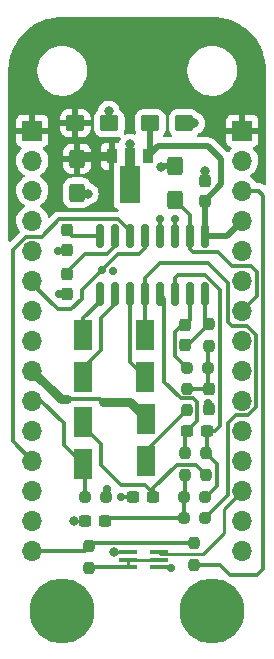
<source format=gbr>
%TF.GenerationSoftware,KiCad,Pcbnew,(6.0.9-0)*%
%TF.CreationDate,2025-08-18T12:38:07+02:00*%
%TF.ProjectId,pt-workshop,70742d77-6f72-46b7-9368-6f702e6b6963,rev?*%
%TF.SameCoordinates,Original*%
%TF.FileFunction,Copper,L1,Top*%
%TF.FilePolarity,Positive*%
%FSLAX46Y46*%
G04 Gerber Fmt 4.6, Leading zero omitted, Abs format (unit mm)*
G04 Created by KiCad (PCBNEW (6.0.9-0)) date 2025-08-18 12:38:07*
%MOMM*%
%LPD*%
G01*
G04 APERTURE LIST*
G04 Aperture macros list*
%AMRoundRect*
0 Rectangle with rounded corners*
0 $1 Rounding radius*
0 $2 $3 $4 $5 $6 $7 $8 $9 X,Y pos of 4 corners*
0 Add a 4 corners polygon primitive as box body*
4,1,4,$2,$3,$4,$5,$6,$7,$8,$9,$2,$3,0*
0 Add four circle primitives for the rounded corners*
1,1,$1+$1,$2,$3*
1,1,$1+$1,$4,$5*
1,1,$1+$1,$6,$7*
1,1,$1+$1,$8,$9*
0 Add four rect primitives between the rounded corners*
20,1,$1+$1,$2,$3,$4,$5,0*
20,1,$1+$1,$4,$5,$6,$7,0*
20,1,$1+$1,$6,$7,$8,$9,0*
20,1,$1+$1,$8,$9,$2,$3,0*%
%AMFreePoly0*
4,1,9,3.862500,-0.866500,0.737500,-0.866500,0.737500,-0.450000,-0.737500,-0.450000,-0.737500,0.450000,0.737500,0.450000,0.737500,0.866500,3.862500,0.866500,3.862500,-0.866500,3.862500,-0.866500,$1*%
G04 Aperture macros list end*
%TA.AperFunction,SMDPad,CuDef*%
%ADD10RoundRect,0.250000X-0.550000X1.050000X-0.550000X-1.050000X0.550000X-1.050000X0.550000X1.050000X0*%
%TD*%
%TA.AperFunction,SMDPad,CuDef*%
%ADD11RoundRect,0.250000X-0.537500X-0.425000X0.537500X-0.425000X0.537500X0.425000X-0.537500X0.425000X0*%
%TD*%
%TA.AperFunction,SMDPad,CuDef*%
%ADD12RoundRect,0.237500X0.237500X-0.250000X0.237500X0.250000X-0.237500X0.250000X-0.237500X-0.250000X0*%
%TD*%
%TA.AperFunction,SMDPad,CuDef*%
%ADD13RoundRect,0.237500X0.250000X0.237500X-0.250000X0.237500X-0.250000X-0.237500X0.250000X-0.237500X0*%
%TD*%
%TA.AperFunction,SMDPad,CuDef*%
%ADD14RoundRect,0.237500X-0.237500X0.300000X-0.237500X-0.300000X0.237500X-0.300000X0.237500X0.300000X0*%
%TD*%
%TA.AperFunction,ComponentPad*%
%ADD15C,5.500000*%
%TD*%
%TA.AperFunction,SMDPad,CuDef*%
%ADD16RoundRect,0.237500X-0.250000X-0.237500X0.250000X-0.237500X0.250000X0.237500X-0.250000X0.237500X0*%
%TD*%
%TA.AperFunction,SMDPad,CuDef*%
%ADD17RoundRect,0.250000X0.425000X-0.537500X0.425000X0.537500X-0.425000X0.537500X-0.425000X-0.537500X0*%
%TD*%
%TA.AperFunction,SMDPad,CuDef*%
%ADD18RoundRect,0.237500X0.237500X-0.300000X0.237500X0.300000X-0.237500X0.300000X-0.237500X-0.300000X0*%
%TD*%
%TA.AperFunction,SMDPad,CuDef*%
%ADD19RoundRect,0.237500X-0.237500X0.250000X-0.237500X-0.250000X0.237500X-0.250000X0.237500X0.250000X0*%
%TD*%
%TA.AperFunction,SMDPad,CuDef*%
%ADD20RoundRect,0.237500X-0.300000X-0.237500X0.300000X-0.237500X0.300000X0.237500X-0.300000X0.237500X0*%
%TD*%
%TA.AperFunction,SMDPad,CuDef*%
%ADD21RoundRect,0.237500X0.300000X0.237500X-0.300000X0.237500X-0.300000X-0.237500X0.300000X-0.237500X0*%
%TD*%
%TA.AperFunction,SMDPad,CuDef*%
%ADD22RoundRect,0.150000X-0.150000X0.825000X-0.150000X-0.825000X0.150000X-0.825000X0.150000X0.825000X0*%
%TD*%
%TA.AperFunction,SMDPad,CuDef*%
%ADD23RoundRect,0.250000X0.550000X-1.050000X0.550000X1.050000X-0.550000X1.050000X-0.550000X-1.050000X0*%
%TD*%
%TA.AperFunction,SMDPad,CuDef*%
%ADD24R,0.900000X1.300000*%
%TD*%
%TA.AperFunction,SMDPad,CuDef*%
%ADD25FreePoly0,270.000000*%
%TD*%
%TA.AperFunction,SMDPad,CuDef*%
%ADD26R,1.500000X0.400000*%
%TD*%
%TA.AperFunction,ComponentPad*%
%ADD27R,1.700000X1.700000*%
%TD*%
%TA.AperFunction,ComponentPad*%
%ADD28O,1.700000X1.700000*%
%TD*%
%TA.AperFunction,SMDPad,CuDef*%
%ADD29RoundRect,0.250000X-0.425000X0.537500X-0.425000X-0.537500X0.425000X-0.537500X0.425000X0.537500X0*%
%TD*%
%TA.AperFunction,ViaPad*%
%ADD30C,0.800000*%
%TD*%
%TA.AperFunction,ViaPad*%
%ADD31C,0.700000*%
%TD*%
%TA.AperFunction,Conductor*%
%ADD32C,0.800000*%
%TD*%
%TA.AperFunction,Conductor*%
%ADD33C,0.250000*%
%TD*%
%TA.AperFunction,Conductor*%
%ADD34C,0.500000*%
%TD*%
%TA.AperFunction,Conductor*%
%ADD35C,0.300000*%
%TD*%
G04 APERTURE END LIST*
D10*
%TO.P,C216,1*%
%TO.N,Net-(C213-Pad2)*%
X32258000Y-83036000D03*
%TO.P,C216,2*%
%TO.N,/PT_Out*%
X32258000Y-86636000D03*
%TD*%
D11*
%TO.P,C205,1*%
%TO.N,/PT_5V*%
X37932500Y-57785000D03*
%TO.P,C205,2*%
%TO.N,/PT_GND*%
X40807500Y-57785000D03*
%TD*%
D12*
%TO.P,R207,1*%
%TO.N,Net-(C213-Pad2)*%
X42672000Y-87526500D03*
%TO.P,R207,2*%
%TO.N,Net-(C212-Pad1)*%
X42672000Y-85701500D03*
%TD*%
D11*
%TO.P,C201,1*%
%TO.N,/PT_9V*%
X31582500Y-57785000D03*
%TO.P,C201,2*%
%TO.N,/PT_GND*%
X34457500Y-57785000D03*
%TD*%
D13*
%TO.P,R202,1*%
%TO.N,Net-(C204-Pad2)*%
X42822500Y-78486000D03*
%TO.P,R202,2*%
%TO.N,Net-(C206-Pad2)*%
X40997500Y-78486000D03*
%TD*%
D14*
%TO.P,C214,1*%
%TO.N,/PT_GND*%
X42545000Y-62637500D03*
%TO.P,C214,2*%
%TO.N,/PT_5V*%
X42545000Y-64362500D03*
%TD*%
D12*
%TO.P,R201,1*%
%TO.N,Net-(C202-Pad1)*%
X41021000Y-82065500D03*
%TO.P,R201,2*%
%TO.N,Net-(C204-Pad2)*%
X41021000Y-80240500D03*
%TD*%
D15*
%TO.P,H103,1,1*%
%TO.N,/PT_GND*%
X30480000Y-99060000D03*
%TD*%
D16*
%TO.P,R208,1*%
%TO.N,/PT_Out*%
X32361500Y-89408000D03*
%TO.P,R208,2*%
%TO.N,/PT_GND*%
X34186500Y-89408000D03*
%TD*%
D17*
%TO.P,C215,1*%
%TO.N,/PT_Ref*%
X40005000Y-64302500D03*
%TO.P,C215,2*%
%TO.N,/PT_GND*%
X40005000Y-61427500D03*
%TD*%
D18*
%TO.P,C206,1*%
%TO.N,Net-(C206-Pad1)*%
X40894000Y-76554500D03*
%TO.P,C206,2*%
%TO.N,Net-(C206-Pad2)*%
X40894000Y-74829500D03*
%TD*%
D19*
%TO.P,R306,1*%
%TO.N,/PT_Vctrl*%
X32766000Y-93575500D03*
%TO.P,R306,2*%
%TO.N,Net-(Q301-Pad2)*%
X32766000Y-95400500D03*
%TD*%
%TO.P,R205,1*%
%TO.N,Net-(C212-Pad2)*%
X40894000Y-85701500D03*
%TO.P,R205,2*%
%TO.N,Net-(C210-Pad2)*%
X40894000Y-87526500D03*
%TD*%
D15*
%TO.P,H101,1,1*%
%TO.N,/PT_GND*%
X43180000Y-99060000D03*
%TD*%
D12*
%TO.P,R301,1*%
%TO.N,/PT_4.5V*%
X41656000Y-95146500D03*
%TO.P,R301,2*%
%TO.N,/PT_Vctrl*%
X41656000Y-93321500D03*
%TD*%
D20*
%TO.P,C210,1*%
%TO.N,/PT_GND*%
X32411500Y-91440000D03*
%TO.P,C210,2*%
%TO.N,Net-(C210-Pad2)*%
X34136500Y-91440000D03*
%TD*%
D21*
%TO.P,C212,1*%
%TO.N,Net-(C212-Pad1)*%
X42772500Y-83820000D03*
%TO.P,C212,2*%
%TO.N,Net-(C212-Pad2)*%
X41047500Y-83820000D03*
%TD*%
D16*
%TO.P,R204,1*%
%TO.N,Net-(C210-Pad2)*%
X40743500Y-91186000D03*
%TO.P,R204,2*%
%TO.N,/PT2399-adapter/DEMOD_OUT*%
X42568500Y-91186000D03*
%TD*%
D22*
%TO.P,U202,1,Vcc*%
%TO.N,/PT_5V*%
X42545000Y-67310000D03*
%TO.P,U202,2,Ref*%
%TO.N,/PT_Ref*%
X41275000Y-67310000D03*
%TO.P,U202,3,AGND*%
%TO.N,/PT_GND*%
X40005000Y-67310000D03*
%TO.P,U202,4,DGND*%
X38735000Y-67310000D03*
%TO.P,U202,5,CLK_O*%
%TO.N,/PT_CLK*%
X37465000Y-67310000D03*
%TO.P,U202,6,VCO*%
%TO.N,/PT_Ic*%
X36195000Y-67310000D03*
%TO.P,U202,7,CC1*%
%TO.N,Net-(C209-Pad2)*%
X34925000Y-67310000D03*
%TO.P,U202,8,CC0*%
%TO.N,Net-(C208-Pad2)*%
X33655000Y-67310000D03*
%TO.P,U202,9,OP1-OUT*%
%TO.N,Net-(C207-Pad2)*%
X33655000Y-72260000D03*
%TO.P,U202,10,OP1-IN*%
%TO.N,Net-(C207-Pad1)*%
X34925000Y-72260000D03*
%TO.P,U202,11,OP2_IN*%
%TO.N,Net-(C211-Pad1)*%
X36195000Y-72260000D03*
%TO.P,U202,12,OP2_OUT*%
%TO.N,/PT2399-adapter/DEMOD_OUT*%
X37465000Y-72260000D03*
%TO.P,U202,13,LPF2_IN*%
%TO.N,Net-(C212-Pad2)*%
X38735000Y-72260000D03*
%TO.P,U202,14,LFP2-OUT*%
%TO.N,Net-(C212-Pad1)*%
X40005000Y-72260000D03*
%TO.P,U202,15,LFP1-OUT*%
%TO.N,Net-(C206-Pad2)*%
X41275000Y-72260000D03*
%TO.P,U202,16,LFP1-IN*%
%TO.N,Net-(C206-Pad1)*%
X42545000Y-72260000D03*
%TD*%
D23*
%TO.P,C207,1*%
%TO.N,Net-(C207-Pad1)*%
X32258000Y-79270000D03*
%TO.P,C207,2*%
%TO.N,Net-(C207-Pad2)*%
X32258000Y-75670000D03*
%TD*%
D13*
%TO.P,R206,1*%
%TO.N,Net-(C212-Pad1)*%
X42568500Y-89408000D03*
%TO.P,R206,2*%
%TO.N,Net-(C210-Pad2)*%
X40743500Y-89408000D03*
%TD*%
D18*
%TO.P,C204,1*%
%TO.N,/PT_GND*%
X42926000Y-82015500D03*
%TO.P,C204,2*%
%TO.N,Net-(C204-Pad2)*%
X42926000Y-80290500D03*
%TD*%
D24*
%TO.P,U201,1,OUT*%
%TO.N,/PT_5V*%
X37695000Y-60580000D03*
D25*
%TO.P,U201,2,GND*%
%TO.N,/PT_GND*%
X36195000Y-60667500D03*
D24*
%TO.P,U201,3,IN*%
%TO.N,/PT_9V*%
X34695000Y-60580000D03*
%TD*%
D26*
%TO.P,Q301,1,E2*%
%TO.N,/PT_GND*%
X36008000Y-94092000D03*
%TO.P,Q301,2,B2*%
%TO.N,Net-(Q301-Pad2)*%
X36008000Y-94742000D03*
%TO.P,Q301,3,C1*%
X36008000Y-95392000D03*
%TO.P,Q301,4,E1*%
%TO.N,/PT_GND*%
X38668000Y-95392000D03*
%TO.P,Q301,5,B1*%
%TO.N,Net-(Q301-Pad2)*%
X38668000Y-94742000D03*
%TO.P,Q301,6,C2*%
%TO.N,/PT_Iout*%
X38668000Y-94092000D03*
%TD*%
D27*
%TO.P,J103,1,Pin_1*%
%TO.N,/PT_9V*%
X27940000Y-58420000D03*
D28*
%TO.P,J103,2,Pin_2*%
%TO.N,/PT_GND*%
X27940000Y-60960000D03*
%TO.P,J103,3,Pin_3*%
%TO.N,/PT_4.5V*%
X27940000Y-63500000D03*
%TO.P,J103,4,Pin_4*%
%TO.N,/PT_5V*%
X27940000Y-66040000D03*
%TO.P,J103,5,Pin_5*%
%TO.N,/PT_GND*%
X27940000Y-68580000D03*
%TO.P,J103,6,Pin_6*%
%TO.N,/PT_CLK*%
X27940000Y-71120000D03*
%TO.P,J103,7,Pin_7*%
%TO.N,/PT_Ref*%
X27940000Y-73660000D03*
%TO.P,J103,8,Pin_8*%
%TO.N,/PT_GND*%
X27940000Y-76200000D03*
%TO.P,J103,9,Pin_9*%
%TO.N,/PT_In*%
X27940000Y-78740000D03*
%TO.P,J103,10,Pin_10*%
%TO.N,/PT_Out*%
X27940000Y-81280000D03*
%TO.P,J103,11,Pin_11*%
%TO.N,/PT_GND*%
X27940000Y-83820000D03*
%TO.P,J103,12,Pin_12*%
%TO.N,/PT_Ic*%
X27940000Y-86360000D03*
%TO.P,J103,13,Pin_13*%
%TO.N,/PT_Iout*%
X27940000Y-88900000D03*
%TO.P,J103,14,Pin_14*%
%TO.N,/PT_GND*%
X27940000Y-91440000D03*
%TO.P,J103,15,Pin_15*%
%TO.N,/PT_Vctrl*%
X27940000Y-93980000D03*
%TD*%
D18*
%TO.P,C208,1*%
%TO.N,/PT_GND*%
X30861000Y-68553500D03*
%TO.P,C208,2*%
%TO.N,Net-(C208-Pad2)*%
X30861000Y-66828500D03*
%TD*%
D23*
%TO.P,C211,1*%
%TO.N,Net-(C211-Pad1)*%
X37465000Y-79270000D03*
%TO.P,C211,2*%
%TO.N,/PT2399-adapter/DEMOD_OUT*%
X37465000Y-75670000D03*
%TD*%
D19*
%TO.P,R203,1*%
%TO.N,Net-(C206-Pad1)*%
X42926000Y-74779500D03*
%TO.P,R203,2*%
%TO.N,Net-(C204-Pad2)*%
X42926000Y-76604500D03*
%TD*%
D29*
%TO.P,C203,1*%
%TO.N,/PT_9V*%
X31750000Y-60792500D03*
%TO.P,C203,2*%
%TO.N,/PT_GND*%
X31750000Y-63667500D03*
%TD*%
D18*
%TO.P,C209,1*%
%TO.N,/PT_GND*%
X30861000Y-72236500D03*
%TO.P,C209,2*%
%TO.N,Net-(C209-Pad2)*%
X30861000Y-70511500D03*
%TD*%
D23*
%TO.P,C202,1*%
%TO.N,Net-(C202-Pad1)*%
X37592000Y-86382000D03*
%TO.P,C202,2*%
%TO.N,/PT_In*%
X37592000Y-82782000D03*
%TD*%
D27*
%TO.P,J104,1,Pin_1*%
%TO.N,/PT_9V*%
X45720000Y-58420000D03*
D28*
%TO.P,J104,2,Pin_2*%
%TO.N,/PT_GND*%
X45720000Y-60960000D03*
%TO.P,J104,3,Pin_3*%
%TO.N,/PT_4.5V*%
X45720000Y-63500000D03*
%TO.P,J104,4,Pin_4*%
%TO.N,/PT_5V*%
X45720000Y-66040000D03*
%TO.P,J104,5,Pin_5*%
%TO.N,/PT_GND*%
X45720000Y-68580000D03*
%TO.P,J104,6,Pin_6*%
%TO.N,/PT_CLK*%
X45720000Y-71120000D03*
%TO.P,J104,7,Pin_7*%
%TO.N,/PT_Ref*%
X45720000Y-73660000D03*
%TO.P,J104,8,Pin_8*%
%TO.N,/PT_GND*%
X45720000Y-76200000D03*
%TO.P,J104,9,Pin_9*%
%TO.N,/PT_In*%
X45720000Y-78740000D03*
%TO.P,J104,10,Pin_10*%
%TO.N,/PT_Out*%
X45720000Y-81280000D03*
%TO.P,J104,11,Pin_11*%
%TO.N,/PT_GND*%
X45720000Y-83820000D03*
%TO.P,J104,12,Pin_12*%
%TO.N,/PT_Ic*%
X45720000Y-86360000D03*
%TO.P,J104,13,Pin_13*%
%TO.N,/PT_Iout*%
X45720000Y-88900000D03*
%TO.P,J104,14,Pin_14*%
%TO.N,/PT_GND*%
X45720000Y-91440000D03*
%TO.P,J104,15,Pin_15*%
%TO.N,/PT_Vctrl*%
X45720000Y-93980000D03*
%TD*%
D20*
%TO.P,C213,1*%
%TO.N,/PT_GND*%
X36475500Y-89408000D03*
%TO.P,C213,2*%
%TO.N,Net-(C213-Pad2)*%
X38200500Y-89408000D03*
%TD*%
D30*
%TO.N,/PT_GND*%
X31496000Y-91440000D03*
D31*
X39653185Y-95438629D03*
D30*
X36195000Y-59563000D03*
X32639000Y-63754000D03*
D31*
X34290000Y-88773000D03*
D30*
X42545000Y-61849000D03*
D31*
X30099000Y-68580000D03*
X38735000Y-65913000D03*
X34754054Y-70248190D03*
D30*
X34417000Y-56769000D03*
X34870211Y-94084811D03*
X38862000Y-61468000D03*
D31*
X42799000Y-81430500D03*
X30226000Y-72263000D03*
X35433000Y-89408000D03*
X40005000Y-65913000D03*
D30*
X41656000Y-57785000D03*
D31*
%TO.N,/PT_CLK*%
X33845500Y-70167500D03*
%TD*%
D32*
%TO.N,/PT_9V*%
X31962500Y-60580000D02*
X31750000Y-60792500D01*
X34695000Y-60580000D02*
X31962500Y-60580000D01*
D33*
%TO.N,/PT_GND*%
X34870211Y-94084811D02*
X34877400Y-94092000D01*
D34*
X38902500Y-61427500D02*
X38862000Y-61468000D01*
D35*
X30125500Y-68553500D02*
X30099000Y-68580000D01*
X38668000Y-95392000D02*
X39606556Y-95392000D01*
D33*
X34877400Y-94092000D02*
X36008000Y-94092000D01*
D35*
X30252500Y-72236500D02*
X30226000Y-72263000D01*
X42799000Y-81430500D02*
X42799000Y-81888500D01*
X30861000Y-68553500D02*
X30125500Y-68553500D01*
D34*
X31750000Y-63667500D02*
X32552500Y-63667500D01*
D35*
X38735000Y-67310000D02*
X38735000Y-65913000D01*
D34*
X34457500Y-57785000D02*
X34457500Y-56809500D01*
D35*
X34186500Y-89408000D02*
X34186500Y-88876500D01*
X42799000Y-81888500D02*
X42926000Y-82015500D01*
D34*
X40807500Y-57785000D02*
X41656000Y-57785000D01*
D35*
X40005000Y-67310000D02*
X40005000Y-65913000D01*
D34*
X34457500Y-56809500D02*
X34417000Y-56769000D01*
X42545000Y-62637500D02*
X42545000Y-61849000D01*
X40005000Y-61427500D02*
X38902500Y-61427500D01*
X36195000Y-59563000D02*
X36195000Y-60667500D01*
D33*
X32411500Y-91440000D02*
X31496000Y-91440000D01*
D34*
X32552500Y-63667500D02*
X32639000Y-63754000D01*
D35*
X34186500Y-88876500D02*
X34290000Y-88773000D01*
X30861000Y-72236500D02*
X30252500Y-72236500D01*
X39606556Y-95392000D02*
X39653185Y-95438629D01*
X35433000Y-89408000D02*
X36475500Y-89408000D01*
%TO.N,Net-(C202-Pad1)*%
X37592000Y-86382000D02*
X37592000Y-85494500D01*
X37592000Y-85494500D02*
X41021000Y-82065500D01*
%TO.N,Net-(C204-Pad2)*%
X42822500Y-78486000D02*
X42822500Y-76708000D01*
X42822500Y-76708000D02*
X42926000Y-76604500D01*
X41071000Y-80290500D02*
X41021000Y-80240500D01*
X42926000Y-80290500D02*
X42822500Y-80187000D01*
X42926000Y-80290500D02*
X41071000Y-80290500D01*
X42822500Y-80187000D02*
X42822500Y-78486000D01*
D34*
%TO.N,/PT_5V*%
X43942000Y-60833000D02*
X43942000Y-62965500D01*
X38546000Y-59729000D02*
X42838000Y-59729000D01*
X42545000Y-67310000D02*
X44450000Y-67310000D01*
X42838000Y-59729000D02*
X43942000Y-60833000D01*
X43942000Y-62965500D02*
X42545000Y-64362500D01*
X37932500Y-57785000D02*
X37932500Y-60342500D01*
X37695000Y-60580000D02*
X38546000Y-59729000D01*
X42545000Y-64362500D02*
X42545000Y-67310000D01*
X37932500Y-60342500D02*
X37695000Y-60580000D01*
X44450000Y-67310000D02*
X45720000Y-66040000D01*
D35*
%TO.N,Net-(C213-Pad2)*%
X40184000Y-86689000D02*
X38200500Y-88672500D01*
X42672000Y-87526500D02*
X41834500Y-86689000D01*
X35433000Y-88392000D02*
X37465000Y-88392000D01*
X37465000Y-88392000D02*
X38200500Y-89127500D01*
X41834500Y-86689000D02*
X40184000Y-86689000D01*
X33782000Y-86741000D02*
X35433000Y-88392000D01*
X33782000Y-84963000D02*
X33782000Y-86741000D01*
X38200500Y-89127500D02*
X38200500Y-89408000D01*
X32258000Y-83439000D02*
X33782000Y-84963000D01*
X38200500Y-88672500D02*
X38200500Y-89408000D01*
X32258000Y-83036000D02*
X32258000Y-83439000D01*
%TO.N,Net-(C206-Pad1)*%
X41151000Y-76554500D02*
X42926000Y-74779500D01*
X42545000Y-72260000D02*
X42545000Y-74398500D01*
X42545000Y-74398500D02*
X42926000Y-74779500D01*
X40894000Y-76554500D02*
X41151000Y-76554500D01*
%TO.N,Net-(C206-Pad2)*%
X41275000Y-74448500D02*
X40894000Y-74829500D01*
X40894000Y-74829500D02*
X40613500Y-74829500D01*
X41275000Y-72260000D02*
X41275000Y-74448500D01*
X40005000Y-75438000D02*
X40005000Y-77493500D01*
X40005000Y-77493500D02*
X40997500Y-78486000D01*
X40613500Y-74829500D02*
X40005000Y-75438000D01*
%TO.N,Net-(C207-Pad1)*%
X34798000Y-73215500D02*
X33782000Y-74231500D01*
X33782000Y-74231500D02*
X33782000Y-76962000D01*
X32258000Y-78486000D02*
X32258000Y-79270000D01*
X34798000Y-72387000D02*
X34798000Y-73215500D01*
X33782000Y-76962000D02*
X32258000Y-78486000D01*
X34925000Y-72260000D02*
X34798000Y-72387000D01*
%TO.N,Net-(C207-Pad2)*%
X33655000Y-72898000D02*
X32258000Y-74295000D01*
X32258000Y-74295000D02*
X32258000Y-75670000D01*
X33655000Y-72260000D02*
X33655000Y-72898000D01*
%TO.N,Net-(C208-Pad2)*%
X31342500Y-67310000D02*
X30861000Y-66828500D01*
X33655000Y-67310000D02*
X31342500Y-67310000D01*
%TO.N,Net-(C209-Pad2)*%
X30861000Y-70358000D02*
X32385000Y-68834000D01*
X30861000Y-70511500D02*
X30861000Y-70358000D01*
X34925000Y-68199000D02*
X34925000Y-67310000D01*
X34290000Y-68834000D02*
X34925000Y-68199000D01*
X32385000Y-68834000D02*
X34290000Y-68834000D01*
%TO.N,Net-(C210-Pad2)*%
X40894000Y-89257500D02*
X40743500Y-89408000D01*
X40743500Y-91186000D02*
X34390500Y-91186000D01*
X40894000Y-87526500D02*
X40894000Y-89257500D01*
X40743500Y-91186000D02*
X40743500Y-89408000D01*
X34390500Y-91186000D02*
X34136500Y-91440000D01*
%TO.N,Net-(C211-Pad1)*%
X36195000Y-78000000D02*
X37465000Y-79270000D01*
X36195000Y-72260000D02*
X36195000Y-78000000D01*
%TO.N,/PT2399-adapter/DEMOD_OUT*%
X38735000Y-69596000D02*
X37465000Y-70866000D01*
X46217057Y-82480000D02*
X46920000Y-81777057D01*
X37465000Y-70866000D02*
X37465000Y-72260000D01*
X46920000Y-81777057D02*
X46920000Y-75702943D01*
X46147057Y-74930000D02*
X44831000Y-74930000D01*
X42799000Y-69596000D02*
X38735000Y-69596000D01*
X46920000Y-75702943D02*
X46147057Y-74930000D01*
X44523924Y-83437183D02*
X44523924Y-83179019D01*
X45222943Y-82480000D02*
X46217057Y-82480000D01*
X44520000Y-74619000D02*
X44520000Y-71317000D01*
X44520000Y-83441107D02*
X44523924Y-83437183D01*
X37465000Y-75670000D02*
X37465000Y-72260000D01*
X44520000Y-89234500D02*
X44520000Y-83441107D01*
X42568500Y-91186000D02*
X44520000Y-89234500D01*
X44520000Y-71317000D02*
X42799000Y-69596000D01*
X44831000Y-74930000D02*
X44520000Y-74619000D01*
X44523924Y-83179019D02*
X45222943Y-82480000D01*
%TO.N,Net-(C212-Pad1)*%
X40005000Y-70866000D02*
X40005000Y-72260000D01*
X42568500Y-89408000D02*
X42672000Y-89408000D01*
X42672000Y-89408000D02*
X43561000Y-88519000D01*
X43815000Y-71882000D02*
X43195000Y-71262000D01*
X43195000Y-71262000D02*
X43195000Y-71227893D01*
X42579107Y-70612000D02*
X40259000Y-70612000D01*
X43195000Y-71227893D02*
X42579107Y-70612000D01*
X43434000Y-83820000D02*
X43815000Y-83439000D01*
X43561000Y-88519000D02*
X43561000Y-86590500D01*
X42772500Y-83820000D02*
X42772500Y-85601000D01*
X43561000Y-86590500D02*
X42672000Y-85701500D01*
X43815000Y-83439000D02*
X43815000Y-71882000D01*
X40259000Y-70612000D02*
X40005000Y-70866000D01*
X42772500Y-83820000D02*
X43434000Y-83820000D01*
X42772500Y-85601000D02*
X42672000Y-85701500D01*
%TO.N,Net-(C212-Pad2)*%
X41846000Y-83021500D02*
X41047500Y-83820000D01*
X40894000Y-83973500D02*
X41047500Y-83820000D01*
X41846000Y-81344150D02*
X41846000Y-83021500D01*
X41579850Y-81078000D02*
X41846000Y-81344150D01*
X39116000Y-79653850D02*
X40540150Y-81078000D01*
X39116000Y-72641000D02*
X39116000Y-79653850D01*
X40540150Y-81078000D02*
X41579850Y-81078000D01*
X38735000Y-72260000D02*
X39116000Y-72641000D01*
X40894000Y-85701500D02*
X40894000Y-83973500D01*
%TO.N,/PT_Ref*%
X41275000Y-65572500D02*
X41275000Y-67310000D01*
X46990000Y-70358000D02*
X46990000Y-72390000D01*
X43688000Y-68707000D02*
X44831000Y-69850000D01*
X44831000Y-69850000D02*
X46482000Y-69850000D01*
X46990000Y-72390000D02*
X45720000Y-73660000D01*
X41529000Y-68707000D02*
X43688000Y-68707000D01*
X41275000Y-67310000D02*
X41275000Y-68453000D01*
X40005000Y-64302500D02*
X41275000Y-65572500D01*
X41275000Y-68453000D02*
X41529000Y-68707000D01*
X46482000Y-69850000D02*
X46990000Y-70358000D01*
%TO.N,/PT_4.5V*%
X41656000Y-95146500D02*
X43838500Y-95146500D01*
X44704000Y-96012000D02*
X46990000Y-96012000D01*
X46990000Y-96012000D02*
X47498000Y-95504000D01*
X43838500Y-95146500D02*
X44704000Y-96012000D01*
X47498000Y-63900000D02*
X47098000Y-63500000D01*
X47498000Y-95504000D02*
X47498000Y-63900000D01*
X47098000Y-63500000D02*
X45720000Y-63500000D01*
D32*
%TO.N,/PT_In*%
X33909000Y-81407000D02*
X36217000Y-81407000D01*
X36217000Y-81407000D02*
X37592000Y-82782000D01*
D35*
X33909000Y-81407000D02*
X33655000Y-81153000D01*
X33655000Y-81153000D02*
X30861000Y-81153000D01*
D32*
X30861000Y-81153000D02*
X30353000Y-81153000D01*
X30353000Y-81153000D02*
X27940000Y-78740000D01*
D35*
%TO.N,/PT_Out*%
X32361500Y-89408000D02*
X32361500Y-86739500D01*
X32258000Y-86636000D02*
X30607000Y-84985000D01*
X30607000Y-84985000D02*
X30607000Y-83185000D01*
X32361500Y-86739500D02*
X32258000Y-86636000D01*
X30607000Y-83185000D02*
X28702000Y-81280000D01*
X28702000Y-81280000D02*
X27940000Y-81280000D01*
%TO.N,/PT_CLK*%
X31242000Y-73533000D02*
X30099000Y-73533000D01*
X30099000Y-73533000D02*
X27940000Y-71374000D01*
X37465000Y-68326000D02*
X37465000Y-67310000D01*
X33845500Y-70167500D02*
X32131000Y-71882000D01*
X27940000Y-71374000D02*
X27940000Y-71120000D01*
X36957000Y-68834000D02*
X37465000Y-68326000D01*
X32131000Y-71882000D02*
X32131000Y-72644000D01*
X35179000Y-68834000D02*
X36957000Y-68834000D01*
X33845500Y-70167500D02*
X35179000Y-68834000D01*
X32131000Y-72644000D02*
X31242000Y-73533000D01*
%TO.N,/PT_Ic*%
X35210107Y-65913000D02*
X30226000Y-65913000D01*
X27442943Y-67380000D02*
X26289000Y-68533943D01*
X26289000Y-68533943D02*
X26289000Y-84709000D01*
X26289000Y-84709000D02*
X27940000Y-86360000D01*
X36195000Y-66897893D02*
X35210107Y-65913000D01*
X36195000Y-67310000D02*
X36195000Y-66897893D01*
X30226000Y-65913000D02*
X28759000Y-67380000D01*
X28759000Y-67380000D02*
X27442943Y-67380000D01*
D33*
%TO.N,/PT_Iout*%
X39726000Y-94217000D02*
X39743000Y-94234000D01*
X39743000Y-94234000D02*
X42418000Y-94234000D01*
X38668000Y-94092000D02*
X38793000Y-94217000D01*
X44196000Y-92456000D02*
X44196000Y-90424000D01*
X44196000Y-90424000D02*
X45720000Y-88900000D01*
X38793000Y-94217000D02*
X39726000Y-94217000D01*
X42418000Y-94234000D02*
X44196000Y-92456000D01*
%TO.N,Net-(Q301-Pad2)*%
X36008000Y-94742000D02*
X36008000Y-95392000D01*
X38668000Y-94742000D02*
X36008000Y-94742000D01*
D35*
X32774500Y-95392000D02*
X36008000Y-95392000D01*
X32766000Y-95400500D02*
X32774500Y-95392000D01*
%TO.N,/PT_Vctrl*%
X33020000Y-93321500D02*
X32766000Y-93575500D01*
X41656000Y-93321500D02*
X33020000Y-93321500D01*
X32766000Y-93575500D02*
X32361500Y-93980000D01*
X32361500Y-93980000D02*
X27940000Y-93980000D01*
%TD*%
%TA.AperFunction,Conductor*%
%TO.N,/PT_9V*%
G36*
X43150018Y-48770000D02*
G01*
X43164851Y-48772310D01*
X43164855Y-48772310D01*
X43173724Y-48773691D01*
X43194183Y-48771016D01*
X43216008Y-48770072D01*
X43572937Y-48785656D01*
X43583886Y-48786614D01*
X43968379Y-48837233D01*
X43979205Y-48839142D01*
X44357822Y-48923080D01*
X44368439Y-48925925D01*
X44538702Y-48979608D01*
X44738302Y-49042542D01*
X44748615Y-49046295D01*
X45106932Y-49194715D01*
X45116876Y-49199353D01*
X45460867Y-49378423D01*
X45470387Y-49383919D01*
X45797468Y-49592292D01*
X45806472Y-49598597D01*
X46114138Y-49834678D01*
X46122558Y-49841743D01*
X46408483Y-50103744D01*
X46416256Y-50111517D01*
X46678257Y-50397442D01*
X46685322Y-50405862D01*
X46921403Y-50713528D01*
X46927708Y-50722532D01*
X47136081Y-51049613D01*
X47141576Y-51059132D01*
X47273193Y-51311964D01*
X47320643Y-51403115D01*
X47325285Y-51413068D01*
X47447895Y-51709074D01*
X47473702Y-51771377D01*
X47477458Y-51781698D01*
X47513680Y-51896579D01*
X47594075Y-52151561D01*
X47596920Y-52162178D01*
X47680858Y-52540795D01*
X47682767Y-52551621D01*
X47733386Y-52936114D01*
X47734344Y-52947063D01*
X47745521Y-53203049D01*
X47749603Y-53296552D01*
X47748223Y-53321429D01*
X47746309Y-53333724D01*
X47747473Y-53342626D01*
X47747473Y-53342628D01*
X47750436Y-53365283D01*
X47751500Y-53381621D01*
X47751500Y-62918050D01*
X47731498Y-62986171D01*
X47677842Y-63032664D01*
X47607568Y-63042768D01*
X47542988Y-63013274D01*
X47538169Y-63008787D01*
X47537139Y-63007879D01*
X47534333Y-63005073D01*
X47530826Y-63002353D01*
X47521804Y-62994647D01*
X47512778Y-62986171D01*
X47488133Y-62963028D01*
X47481181Y-62959206D01*
X47469342Y-62952697D01*
X47452818Y-62941843D01*
X47442132Y-62933555D01*
X47435868Y-62928696D01*
X47428596Y-62925549D01*
X47428594Y-62925548D01*
X47393465Y-62910346D01*
X47382805Y-62905124D01*
X47349284Y-62886695D01*
X47349282Y-62886694D01*
X47342337Y-62882876D01*
X47321559Y-62877541D01*
X47302869Y-62871142D01*
X47283176Y-62862620D01*
X47237552Y-62855394D01*
X47225929Y-62852987D01*
X47197928Y-62845798D01*
X47181188Y-62841500D01*
X47159741Y-62841500D01*
X47140031Y-62839949D01*
X47126677Y-62837834D01*
X47118848Y-62836594D01*
X47072859Y-62840941D01*
X47061004Y-62841500D01*
X46980632Y-62841500D01*
X46912511Y-62821498D01*
X46874840Y-62783940D01*
X46802822Y-62672617D01*
X46802820Y-62672614D01*
X46800014Y-62668277D01*
X46649670Y-62503051D01*
X46645619Y-62499852D01*
X46645615Y-62499848D01*
X46478414Y-62367800D01*
X46478410Y-62367798D01*
X46474359Y-62364598D01*
X46433053Y-62341796D01*
X46383084Y-62291364D01*
X46368312Y-62221921D01*
X46393428Y-62155516D01*
X46420780Y-62128909D01*
X46489907Y-62079601D01*
X46599860Y-62001173D01*
X46758096Y-61843489D01*
X46765436Y-61833275D01*
X46885435Y-61666277D01*
X46888453Y-61662077D01*
X46896609Y-61645576D01*
X46985136Y-61466453D01*
X46985137Y-61466451D01*
X46987430Y-61461811D01*
X47052370Y-61248069D01*
X47081529Y-61026590D01*
X47081703Y-61019470D01*
X47083074Y-60963365D01*
X47083074Y-60963361D01*
X47083156Y-60960000D01*
X47064852Y-60737361D01*
X47010431Y-60520702D01*
X46921354Y-60315840D01*
X46800014Y-60128277D01*
X46796540Y-60124459D01*
X46796533Y-60124450D01*
X46652435Y-59966088D01*
X46621383Y-59902242D01*
X46629779Y-59831744D01*
X46674956Y-59776976D01*
X46701400Y-59763307D01*
X46808052Y-59723325D01*
X46823649Y-59714786D01*
X46925724Y-59638285D01*
X46938285Y-59625724D01*
X47014786Y-59523649D01*
X47023324Y-59508054D01*
X47068478Y-59387606D01*
X47072105Y-59372351D01*
X47077631Y-59321486D01*
X47078000Y-59314672D01*
X47078000Y-58692115D01*
X47073525Y-58676876D01*
X47072135Y-58675671D01*
X47064452Y-58674000D01*
X44380116Y-58674000D01*
X44364877Y-58678475D01*
X44363672Y-58679865D01*
X44362001Y-58687548D01*
X44362001Y-59314669D01*
X44362371Y-59321490D01*
X44367895Y-59372352D01*
X44371521Y-59387604D01*
X44416676Y-59508054D01*
X44425214Y-59523649D01*
X44501715Y-59625724D01*
X44514276Y-59638285D01*
X44616351Y-59714786D01*
X44631946Y-59723324D01*
X44740827Y-59764142D01*
X44797591Y-59806784D01*
X44822291Y-59873345D01*
X44807083Y-59942694D01*
X44787691Y-59969175D01*
X44669935Y-60092400D01*
X44660629Y-60102138D01*
X44657715Y-60106410D01*
X44657714Y-60106411D01*
X44593500Y-60200545D01*
X44538589Y-60245548D01*
X44468064Y-60253719D01*
X44400317Y-60218636D01*
X43421770Y-59240089D01*
X43409384Y-59225677D01*
X43400851Y-59214082D01*
X43400846Y-59214077D01*
X43396508Y-59208182D01*
X43390930Y-59203443D01*
X43390927Y-59203440D01*
X43356232Y-59173965D01*
X43348716Y-59167035D01*
X43343021Y-59161340D01*
X43336880Y-59156482D01*
X43320749Y-59143719D01*
X43317345Y-59140928D01*
X43267297Y-59098409D01*
X43267295Y-59098408D01*
X43261715Y-59093667D01*
X43255199Y-59090339D01*
X43250150Y-59086972D01*
X43245021Y-59083805D01*
X43239284Y-59079266D01*
X43173125Y-59048345D01*
X43169225Y-59046439D01*
X43104192Y-59013231D01*
X43097084Y-59011492D01*
X43091441Y-59009393D01*
X43085678Y-59007476D01*
X43079050Y-59004378D01*
X43007583Y-58989513D01*
X43003299Y-58988543D01*
X42932390Y-58971192D01*
X42926788Y-58970844D01*
X42926785Y-58970844D01*
X42921236Y-58970500D01*
X42921238Y-58970464D01*
X42917245Y-58970225D01*
X42913053Y-58969851D01*
X42905885Y-58968360D01*
X42839675Y-58970151D01*
X42828479Y-58970454D01*
X42825072Y-58970500D01*
X41961425Y-58970500D01*
X41893304Y-58950498D01*
X41846811Y-58896842D01*
X41836707Y-58826568D01*
X41866201Y-58761988D01*
X41872252Y-58755482D01*
X41939134Y-58688483D01*
X41944305Y-58683303D01*
X41948146Y-58677072D01*
X41948148Y-58677070D01*
X41951218Y-58672089D01*
X42007227Y-58623101D01*
X42106722Y-58578803D01*
X42106724Y-58578802D01*
X42112752Y-58576118D01*
X42267253Y-58463866D01*
X42350609Y-58371290D01*
X42390621Y-58326852D01*
X42390622Y-58326851D01*
X42395040Y-58321944D01*
X42453314Y-58221010D01*
X42487223Y-58162279D01*
X42487224Y-58162278D01*
X42490527Y-58156556D01*
X42493344Y-58147885D01*
X44362000Y-58147885D01*
X44366475Y-58163124D01*
X44367865Y-58164329D01*
X44375548Y-58166000D01*
X45447885Y-58166000D01*
X45463124Y-58161525D01*
X45464329Y-58160135D01*
X45466000Y-58152452D01*
X45466000Y-58147885D01*
X45974000Y-58147885D01*
X45978475Y-58163124D01*
X45979865Y-58164329D01*
X45987548Y-58166000D01*
X47059884Y-58166000D01*
X47075123Y-58161525D01*
X47076328Y-58160135D01*
X47077999Y-58152452D01*
X47077999Y-57525331D01*
X47077629Y-57518510D01*
X47072105Y-57467648D01*
X47068479Y-57452396D01*
X47023324Y-57331946D01*
X47014786Y-57316351D01*
X46938285Y-57214276D01*
X46925724Y-57201715D01*
X46823649Y-57125214D01*
X46808054Y-57116676D01*
X46687606Y-57071522D01*
X46672351Y-57067895D01*
X46621486Y-57062369D01*
X46614672Y-57062000D01*
X45992115Y-57062000D01*
X45976876Y-57066475D01*
X45975671Y-57067865D01*
X45974000Y-57075548D01*
X45974000Y-58147885D01*
X45466000Y-58147885D01*
X45466000Y-57080116D01*
X45461525Y-57064877D01*
X45460135Y-57063672D01*
X45452452Y-57062001D01*
X44825331Y-57062001D01*
X44818510Y-57062371D01*
X44767648Y-57067895D01*
X44752396Y-57071521D01*
X44631946Y-57116676D01*
X44616351Y-57125214D01*
X44514276Y-57201715D01*
X44501715Y-57214276D01*
X44425214Y-57316351D01*
X44416676Y-57331946D01*
X44371522Y-57452394D01*
X44367895Y-57467649D01*
X44362369Y-57518514D01*
X44362000Y-57525328D01*
X44362000Y-58147885D01*
X42493344Y-58147885D01*
X42549542Y-57974928D01*
X42569504Y-57785000D01*
X42549542Y-57595072D01*
X42490527Y-57413444D01*
X42395040Y-57248056D01*
X42364625Y-57214276D01*
X42271675Y-57111045D01*
X42271674Y-57111044D01*
X42267253Y-57106134D01*
X42112752Y-56993882D01*
X42106724Y-56991198D01*
X42106722Y-56991197D01*
X42007016Y-56946805D01*
X41951123Y-56898005D01*
X41947330Y-56891877D01*
X41943478Y-56885652D01*
X41818303Y-56760695D01*
X41812072Y-56756854D01*
X41673968Y-56671725D01*
X41673966Y-56671724D01*
X41667738Y-56667885D01*
X41587995Y-56641436D01*
X41506389Y-56614368D01*
X41506387Y-56614368D01*
X41499861Y-56612203D01*
X41493025Y-56611503D01*
X41493022Y-56611502D01*
X41449969Y-56607091D01*
X41395400Y-56601500D01*
X40219600Y-56601500D01*
X40216354Y-56601837D01*
X40216350Y-56601837D01*
X40120692Y-56611762D01*
X40120688Y-56611763D01*
X40113834Y-56612474D01*
X40107298Y-56614655D01*
X40107296Y-56614655D01*
X39975194Y-56658728D01*
X39946054Y-56668450D01*
X39795652Y-56761522D01*
X39670695Y-56886697D01*
X39666855Y-56892927D01*
X39666854Y-56892928D01*
X39602233Y-56997763D01*
X39577885Y-57037262D01*
X39522203Y-57205139D01*
X39511500Y-57309600D01*
X39511500Y-58260400D01*
X39511837Y-58263646D01*
X39511837Y-58263650D01*
X39521752Y-58359206D01*
X39522474Y-58366166D01*
X39578450Y-58533946D01*
X39671522Y-58684348D01*
X39724602Y-58737335D01*
X39742625Y-58755327D01*
X39776704Y-58817609D01*
X39771701Y-58888429D01*
X39729204Y-58945302D01*
X39662705Y-58970171D01*
X39653607Y-58970500D01*
X39086425Y-58970500D01*
X39018304Y-58950498D01*
X38971811Y-58896842D01*
X38961707Y-58826568D01*
X38991201Y-58761988D01*
X38997252Y-58755482D01*
X39064134Y-58688483D01*
X39069305Y-58683303D01*
X39073338Y-58676760D01*
X39158275Y-58538968D01*
X39158276Y-58538966D01*
X39162115Y-58532738D01*
X39217797Y-58364861D01*
X39228500Y-58260400D01*
X39228500Y-57309600D01*
X39222708Y-57253774D01*
X39218238Y-57210692D01*
X39218237Y-57210688D01*
X39217526Y-57203834D01*
X39161550Y-57036054D01*
X39068478Y-56885652D01*
X38943303Y-56760695D01*
X38937072Y-56756854D01*
X38798968Y-56671725D01*
X38798966Y-56671724D01*
X38792738Y-56667885D01*
X38712995Y-56641436D01*
X38631389Y-56614368D01*
X38631387Y-56614368D01*
X38624861Y-56612203D01*
X38618025Y-56611503D01*
X38618022Y-56611502D01*
X38574969Y-56607091D01*
X38520400Y-56601500D01*
X37344600Y-56601500D01*
X37341354Y-56601837D01*
X37341350Y-56601837D01*
X37245692Y-56611762D01*
X37245688Y-56611763D01*
X37238834Y-56612474D01*
X37232298Y-56614655D01*
X37232296Y-56614655D01*
X37100194Y-56658728D01*
X37071054Y-56668450D01*
X36920652Y-56761522D01*
X36795695Y-56886697D01*
X36791855Y-56892927D01*
X36791854Y-56892928D01*
X36727233Y-56997763D01*
X36702885Y-57037262D01*
X36647203Y-57205139D01*
X36636500Y-57309600D01*
X36636500Y-58260400D01*
X36636837Y-58263646D01*
X36636837Y-58263650D01*
X36646752Y-58359206D01*
X36647474Y-58366166D01*
X36703450Y-58533946D01*
X36707304Y-58540175D01*
X36707306Y-58540178D01*
X36711156Y-58546399D01*
X36729995Y-58614850D01*
X36708835Y-58682620D01*
X36654394Y-58728192D01*
X36583958Y-58737097D01*
X36552764Y-58727810D01*
X36483319Y-58696891D01*
X36483318Y-58696891D01*
X36477288Y-58694206D01*
X36382227Y-58674000D01*
X36296944Y-58655872D01*
X36296939Y-58655872D01*
X36290487Y-58654500D01*
X36099513Y-58654500D01*
X36093061Y-58655872D01*
X36093056Y-58655872D01*
X36007773Y-58674000D01*
X35912712Y-58694206D01*
X35906685Y-58696889D01*
X35906677Y-58696892D01*
X35837030Y-58727901D01*
X35766663Y-58737335D01*
X35702366Y-58707228D01*
X35664553Y-58647139D01*
X35665229Y-58576146D01*
X35678523Y-58546677D01*
X35683274Y-58538970D01*
X35683275Y-58538967D01*
X35687115Y-58532738D01*
X35742797Y-58364861D01*
X35753500Y-58260400D01*
X35753500Y-57309600D01*
X35747708Y-57253774D01*
X35743238Y-57210692D01*
X35743237Y-57210688D01*
X35742526Y-57203834D01*
X35686550Y-57036054D01*
X35593478Y-56885652D01*
X35468303Y-56760695D01*
X35406692Y-56722717D01*
X35372745Y-56701792D01*
X35325252Y-56649020D01*
X35313551Y-56607702D01*
X35313128Y-56603672D01*
X35310542Y-56579072D01*
X35251527Y-56397444D01*
X35156040Y-56232056D01*
X35028253Y-56090134D01*
X34873752Y-55977882D01*
X34867724Y-55975198D01*
X34867722Y-55975197D01*
X34705319Y-55902891D01*
X34705318Y-55902891D01*
X34699288Y-55900206D01*
X34605888Y-55880353D01*
X34518944Y-55861872D01*
X34518939Y-55861872D01*
X34512487Y-55860500D01*
X34321513Y-55860500D01*
X34315061Y-55861872D01*
X34315056Y-55861872D01*
X34228112Y-55880353D01*
X34134712Y-55900206D01*
X34128682Y-55902891D01*
X34128681Y-55902891D01*
X33966278Y-55975197D01*
X33966276Y-55975198D01*
X33960248Y-55977882D01*
X33805747Y-56090134D01*
X33677960Y-56232056D01*
X33582473Y-56397444D01*
X33523458Y-56579072D01*
X33522768Y-56585633D01*
X33522768Y-56585635D01*
X33514820Y-56661260D01*
X33487807Y-56726917D01*
X33455811Y-56755235D01*
X33451881Y-56757667D01*
X33451880Y-56757668D01*
X33445652Y-56761522D01*
X33320695Y-56886697D01*
X33316855Y-56892927D01*
X33316854Y-56892928D01*
X33252233Y-56997763D01*
X33227885Y-57037262D01*
X33172203Y-57205139D01*
X33161500Y-57309600D01*
X33161500Y-58260400D01*
X33161837Y-58263646D01*
X33161837Y-58263650D01*
X33171752Y-58359206D01*
X33172474Y-58366166D01*
X33228450Y-58533946D01*
X33321522Y-58684348D01*
X33446697Y-58809305D01*
X33452927Y-58813145D01*
X33452928Y-58813146D01*
X33590288Y-58897816D01*
X33597262Y-58902115D01*
X33652218Y-58920343D01*
X33758611Y-58955632D01*
X33758613Y-58955632D01*
X33765139Y-58957797D01*
X33771975Y-58958497D01*
X33771978Y-58958498D01*
X33815031Y-58962909D01*
X33869600Y-58968500D01*
X35045400Y-58968500D01*
X35048646Y-58968163D01*
X35048650Y-58968163D01*
X35144308Y-58958238D01*
X35144312Y-58958237D01*
X35151166Y-58957526D01*
X35157699Y-58955346D01*
X35157710Y-58955344D01*
X35262617Y-58920343D01*
X35333567Y-58917757D01*
X35394651Y-58953941D01*
X35426476Y-59017405D01*
X35418938Y-59088000D01*
X35411613Y-59102866D01*
X35363777Y-59185721D01*
X35360473Y-59191444D01*
X35344667Y-59240089D01*
X35313833Y-59334986D01*
X35273759Y-59393591D01*
X35208362Y-59421228D01*
X35193089Y-59421690D01*
X35193089Y-59422000D01*
X34967115Y-59422000D01*
X34951876Y-59426475D01*
X34950671Y-59427865D01*
X34949000Y-59435548D01*
X34949000Y-61019470D01*
X34928998Y-61087591D01*
X34918225Y-61101982D01*
X34896324Y-61127257D01*
X34835581Y-61260266D01*
X34814771Y-61405000D01*
X34814771Y-64530000D01*
X34820000Y-64603111D01*
X34839320Y-64668909D01*
X34852163Y-64712646D01*
X34861196Y-64743411D01*
X34866067Y-64750990D01*
X34935378Y-64858841D01*
X34935380Y-64858844D01*
X34940250Y-64866421D01*
X34947060Y-64872322D01*
X35043945Y-64956274D01*
X35043948Y-64956276D01*
X35050757Y-64962176D01*
X35058954Y-64965920D01*
X35058955Y-64965920D01*
X35163986Y-65013886D01*
X35217642Y-65060379D01*
X35237644Y-65128500D01*
X35217642Y-65196621D01*
X35163986Y-65243114D01*
X35111644Y-65254500D01*
X30308056Y-65254500D01*
X30296200Y-65253941D01*
X30296197Y-65253941D01*
X30288463Y-65252212D01*
X30233446Y-65253941D01*
X30217631Y-65254438D01*
X30213673Y-65254500D01*
X30184568Y-65254500D01*
X30180168Y-65255056D01*
X30168336Y-65255988D01*
X30122169Y-65257438D01*
X30101579Y-65263420D01*
X30082218Y-65267430D01*
X30075230Y-65268312D01*
X30068796Y-65269125D01*
X30068795Y-65269125D01*
X30060936Y-65270118D01*
X30053571Y-65273034D01*
X30053567Y-65273035D01*
X30017979Y-65287126D01*
X30006769Y-65290965D01*
X29962400Y-65303855D01*
X29943943Y-65314771D01*
X29926193Y-65323466D01*
X29906244Y-65331365D01*
X29899833Y-65336023D01*
X29899831Y-65336024D01*
X29868864Y-65358523D01*
X29858946Y-65365038D01*
X29819193Y-65388548D01*
X29804032Y-65403709D01*
X29789000Y-65416548D01*
X29771643Y-65429159D01*
X29766590Y-65435267D01*
X29742194Y-65464757D01*
X29734204Y-65473537D01*
X29463193Y-65744548D01*
X29400881Y-65778574D01*
X29330066Y-65773509D01*
X29273230Y-65730962D01*
X29251894Y-65686149D01*
X29231691Y-65605720D01*
X29230431Y-65600702D01*
X29141354Y-65395840D01*
X29074028Y-65291770D01*
X29022822Y-65212617D01*
X29022820Y-65212614D01*
X29020014Y-65208277D01*
X28869670Y-65043051D01*
X28865619Y-65039852D01*
X28865615Y-65039848D01*
X28698414Y-64907800D01*
X28698410Y-64907798D01*
X28694359Y-64904598D01*
X28653053Y-64881796D01*
X28603084Y-64831364D01*
X28588312Y-64761921D01*
X28613428Y-64695516D01*
X28640780Y-64668909D01*
X28703506Y-64624167D01*
X28819860Y-64541173D01*
X28826594Y-64534463D01*
X28909665Y-64451681D01*
X28978096Y-64383489D01*
X29037594Y-64300689D01*
X29070137Y-64255400D01*
X30566500Y-64255400D01*
X30566837Y-64258646D01*
X30566837Y-64258650D01*
X30569595Y-64285226D01*
X30577474Y-64361166D01*
X30579655Y-64367702D01*
X30579655Y-64367704D01*
X30607672Y-64451681D01*
X30633450Y-64528946D01*
X30726522Y-64679348D01*
X30731704Y-64684521D01*
X30742718Y-64695516D01*
X30851697Y-64804305D01*
X30857927Y-64808145D01*
X30857928Y-64808146D01*
X30995090Y-64892694D01*
X31002262Y-64897115D01*
X31080671Y-64923122D01*
X31163611Y-64950632D01*
X31163613Y-64950632D01*
X31170139Y-64952797D01*
X31176975Y-64953497D01*
X31176978Y-64953498D01*
X31220031Y-64957909D01*
X31274600Y-64963500D01*
X32225400Y-64963500D01*
X32228646Y-64963163D01*
X32228650Y-64963163D01*
X32324308Y-64953238D01*
X32324312Y-64953237D01*
X32331166Y-64952526D01*
X32337702Y-64950345D01*
X32337704Y-64950345D01*
X32482299Y-64902104D01*
X32498946Y-64896550D01*
X32649348Y-64803478D01*
X32774305Y-64678303D01*
X32775611Y-64679607D01*
X32825766Y-64644050D01*
X32840532Y-64639959D01*
X32914830Y-64624167D01*
X32914833Y-64624166D01*
X32921288Y-64622794D01*
X32929266Y-64619242D01*
X33089722Y-64547803D01*
X33089724Y-64547802D01*
X33095752Y-64545118D01*
X33106198Y-64537529D01*
X33181741Y-64482643D01*
X33250253Y-64432866D01*
X33378040Y-64290944D01*
X33473527Y-64125556D01*
X33532542Y-63943928D01*
X33552504Y-63754000D01*
X33546278Y-63694767D01*
X33533232Y-63570635D01*
X33533232Y-63570633D01*
X33532542Y-63564072D01*
X33473527Y-63382444D01*
X33378040Y-63217056D01*
X33336451Y-63170866D01*
X33254675Y-63080045D01*
X33254674Y-63080044D01*
X33250253Y-63075134D01*
X33129047Y-62987072D01*
X33101094Y-62966763D01*
X33101093Y-62966762D01*
X33095752Y-62962882D01*
X33089724Y-62960198D01*
X33089722Y-62960197D01*
X32938722Y-62892968D01*
X32884626Y-62846988D01*
X32870447Y-62817736D01*
X32866550Y-62806054D01*
X32852866Y-62783940D01*
X32777332Y-62661880D01*
X32773478Y-62655652D01*
X32648303Y-62530695D01*
X32609652Y-62506870D01*
X32503968Y-62441725D01*
X32503966Y-62441724D01*
X32497738Y-62437885D01*
X32417995Y-62411436D01*
X32336389Y-62384368D01*
X32336387Y-62384368D01*
X32329861Y-62382203D01*
X32323025Y-62381503D01*
X32323022Y-62381502D01*
X32274200Y-62376500D01*
X32225400Y-62371500D01*
X31274600Y-62371500D01*
X31271354Y-62371837D01*
X31271350Y-62371837D01*
X31175692Y-62381762D01*
X31175688Y-62381763D01*
X31168834Y-62382474D01*
X31162298Y-62384655D01*
X31162296Y-62384655D01*
X31126787Y-62396502D01*
X31001054Y-62438450D01*
X30850652Y-62531522D01*
X30725695Y-62656697D01*
X30721855Y-62662927D01*
X30721854Y-62662928D01*
X30684725Y-62723163D01*
X30632885Y-62807262D01*
X30615197Y-62860590D01*
X30579420Y-62968456D01*
X30577203Y-62975139D01*
X30576503Y-62981975D01*
X30576502Y-62981978D01*
X30574414Y-63002356D01*
X30566500Y-63079600D01*
X30566500Y-64255400D01*
X29070137Y-64255400D01*
X29105435Y-64206277D01*
X29108453Y-64202077D01*
X29143444Y-64131279D01*
X29205136Y-64006453D01*
X29205137Y-64006451D01*
X29207430Y-64001811D01*
X29272370Y-63788069D01*
X29301529Y-63566590D01*
X29301744Y-63557794D01*
X29303074Y-63503365D01*
X29303074Y-63503361D01*
X29303156Y-63500000D01*
X29284852Y-63277361D01*
X29230431Y-63060702D01*
X29141354Y-62855840D01*
X29094840Y-62783940D01*
X29022822Y-62672617D01*
X29022820Y-62672614D01*
X29020014Y-62668277D01*
X28869670Y-62503051D01*
X28865619Y-62499852D01*
X28865615Y-62499848D01*
X28698414Y-62367800D01*
X28698410Y-62367798D01*
X28694359Y-62364598D01*
X28653053Y-62341796D01*
X28603084Y-62291364D01*
X28588312Y-62221921D01*
X28613428Y-62155516D01*
X28640780Y-62128909D01*
X28709907Y-62079601D01*
X28819860Y-62001173D01*
X28978096Y-61843489D01*
X28985436Y-61833275D01*
X29105435Y-61666277D01*
X29108453Y-61662077D01*
X29116609Y-61645576D01*
X29205136Y-61466453D01*
X29205137Y-61466451D01*
X29207430Y-61461811D01*
X29233169Y-61377095D01*
X30567001Y-61377095D01*
X30567338Y-61383614D01*
X30577257Y-61479206D01*
X30580149Y-61492600D01*
X30631588Y-61646784D01*
X30637761Y-61659962D01*
X30723063Y-61797807D01*
X30732099Y-61809208D01*
X30846829Y-61923739D01*
X30858240Y-61932751D01*
X30996243Y-62017816D01*
X31009424Y-62023963D01*
X31163710Y-62075138D01*
X31177086Y-62078005D01*
X31271438Y-62087672D01*
X31277854Y-62088000D01*
X31477885Y-62088000D01*
X31493124Y-62083525D01*
X31494329Y-62082135D01*
X31496000Y-62074452D01*
X31496000Y-62069884D01*
X32004000Y-62069884D01*
X32008475Y-62085123D01*
X32009865Y-62086328D01*
X32017548Y-62087999D01*
X32222095Y-62087999D01*
X32228614Y-62087662D01*
X32324206Y-62077743D01*
X32337600Y-62074851D01*
X32491784Y-62023412D01*
X32504962Y-62017239D01*
X32642807Y-61931937D01*
X32654208Y-61922901D01*
X32768739Y-61808171D01*
X32777751Y-61796760D01*
X32862816Y-61658757D01*
X32868963Y-61645576D01*
X32920138Y-61491290D01*
X32923005Y-61477914D01*
X32932672Y-61383562D01*
X32933000Y-61377146D01*
X32933000Y-61274669D01*
X33737001Y-61274669D01*
X33737371Y-61281490D01*
X33742895Y-61332352D01*
X33746521Y-61347604D01*
X33791676Y-61468054D01*
X33800214Y-61483649D01*
X33876715Y-61585724D01*
X33889276Y-61598285D01*
X33991351Y-61674786D01*
X34006946Y-61683324D01*
X34127394Y-61728478D01*
X34142649Y-61732105D01*
X34193514Y-61737631D01*
X34200328Y-61738000D01*
X34422885Y-61738000D01*
X34438124Y-61733525D01*
X34439329Y-61732135D01*
X34441000Y-61724452D01*
X34441000Y-60852115D01*
X34436525Y-60836876D01*
X34435135Y-60835671D01*
X34427452Y-60834000D01*
X33755116Y-60834000D01*
X33739877Y-60838475D01*
X33738672Y-60839865D01*
X33737001Y-60847548D01*
X33737001Y-61274669D01*
X32933000Y-61274669D01*
X32933000Y-61064615D01*
X32928525Y-61049376D01*
X32927135Y-61048171D01*
X32919452Y-61046500D01*
X32022115Y-61046500D01*
X32006876Y-61050975D01*
X32005671Y-61052365D01*
X32004000Y-61060048D01*
X32004000Y-62069884D01*
X31496000Y-62069884D01*
X31496000Y-61064615D01*
X31491525Y-61049376D01*
X31490135Y-61048171D01*
X31482452Y-61046500D01*
X30585116Y-61046500D01*
X30569877Y-61050975D01*
X30568672Y-61052365D01*
X30567001Y-61060048D01*
X30567001Y-61377095D01*
X29233169Y-61377095D01*
X29272370Y-61248069D01*
X29301529Y-61026590D01*
X29301703Y-61019470D01*
X29303074Y-60963365D01*
X29303074Y-60963361D01*
X29303156Y-60960000D01*
X29284852Y-60737361D01*
X29230431Y-60520702D01*
X29230293Y-60520385D01*
X30567000Y-60520385D01*
X30571475Y-60535624D01*
X30572865Y-60536829D01*
X30580548Y-60538500D01*
X31477885Y-60538500D01*
X31493124Y-60534025D01*
X31494329Y-60532635D01*
X31496000Y-60524952D01*
X31496000Y-60520385D01*
X32004000Y-60520385D01*
X32008475Y-60535624D01*
X32009865Y-60536829D01*
X32017548Y-60538500D01*
X32914884Y-60538500D01*
X32930123Y-60534025D01*
X32931328Y-60532635D01*
X32932999Y-60524952D01*
X32932999Y-60307885D01*
X33737000Y-60307885D01*
X33741475Y-60323124D01*
X33742865Y-60324329D01*
X33750548Y-60326000D01*
X34422885Y-60326000D01*
X34438124Y-60321525D01*
X34439329Y-60320135D01*
X34441000Y-60312452D01*
X34441000Y-59440116D01*
X34436525Y-59424877D01*
X34435135Y-59423672D01*
X34427452Y-59422001D01*
X34200331Y-59422001D01*
X34193510Y-59422371D01*
X34142648Y-59427895D01*
X34127396Y-59431521D01*
X34006946Y-59476676D01*
X33991351Y-59485214D01*
X33889276Y-59561715D01*
X33876715Y-59574276D01*
X33800214Y-59676351D01*
X33791676Y-59691946D01*
X33746522Y-59812394D01*
X33742895Y-59827649D01*
X33737369Y-59878514D01*
X33737000Y-59885328D01*
X33737000Y-60307885D01*
X32932999Y-60307885D01*
X32932999Y-60207905D01*
X32932662Y-60201386D01*
X32922743Y-60105794D01*
X32919851Y-60092400D01*
X32868412Y-59938216D01*
X32862239Y-59925038D01*
X32776937Y-59787193D01*
X32767901Y-59775792D01*
X32653171Y-59661261D01*
X32641760Y-59652249D01*
X32503757Y-59567184D01*
X32490576Y-59561037D01*
X32336290Y-59509862D01*
X32322914Y-59506995D01*
X32228562Y-59497328D01*
X32222145Y-59497000D01*
X32022115Y-59497000D01*
X32006876Y-59501475D01*
X32005671Y-59502865D01*
X32004000Y-59510548D01*
X32004000Y-60520385D01*
X31496000Y-60520385D01*
X31496000Y-59515116D01*
X31491525Y-59499877D01*
X31490135Y-59498672D01*
X31482452Y-59497001D01*
X31277905Y-59497001D01*
X31271386Y-59497338D01*
X31175794Y-59507257D01*
X31162400Y-59510149D01*
X31008216Y-59561588D01*
X30995038Y-59567761D01*
X30857193Y-59653063D01*
X30845792Y-59662099D01*
X30731261Y-59776829D01*
X30722249Y-59788240D01*
X30637184Y-59926243D01*
X30631037Y-59939424D01*
X30579862Y-60093710D01*
X30576995Y-60107086D01*
X30567328Y-60201438D01*
X30567000Y-60207855D01*
X30567000Y-60520385D01*
X29230293Y-60520385D01*
X29141354Y-60315840D01*
X29020014Y-60128277D01*
X29016540Y-60124459D01*
X29016533Y-60124450D01*
X28872435Y-59966088D01*
X28841383Y-59902242D01*
X28849779Y-59831744D01*
X28894956Y-59776976D01*
X28921400Y-59763307D01*
X29028052Y-59723325D01*
X29043649Y-59714786D01*
X29145724Y-59638285D01*
X29158285Y-59625724D01*
X29234786Y-59523649D01*
X29243324Y-59508054D01*
X29288478Y-59387606D01*
X29292105Y-59372351D01*
X29297631Y-59321486D01*
X29298000Y-59314672D01*
X29298000Y-58692115D01*
X29293525Y-58676876D01*
X29292135Y-58675671D01*
X29284452Y-58674000D01*
X26600116Y-58674000D01*
X26584877Y-58678475D01*
X26583672Y-58679865D01*
X26582001Y-58687548D01*
X26582001Y-59314669D01*
X26582371Y-59321490D01*
X26587895Y-59372352D01*
X26591521Y-59387604D01*
X26636676Y-59508054D01*
X26645214Y-59523649D01*
X26721715Y-59625724D01*
X26734276Y-59638285D01*
X26836351Y-59714786D01*
X26851946Y-59723324D01*
X26960827Y-59764142D01*
X27017591Y-59806784D01*
X27042291Y-59873345D01*
X27027083Y-59942694D01*
X27007691Y-59969175D01*
X26889935Y-60092400D01*
X26880629Y-60102138D01*
X26754743Y-60286680D01*
X26660688Y-60489305D01*
X26600989Y-60704570D01*
X26577251Y-60926695D01*
X26577548Y-60931848D01*
X26577548Y-60931851D01*
X26584417Y-61050975D01*
X26590110Y-61149715D01*
X26591247Y-61154761D01*
X26591248Y-61154767D01*
X26595818Y-61175045D01*
X26639222Y-61367639D01*
X26723266Y-61574616D01*
X26766750Y-61645576D01*
X26823388Y-61738000D01*
X26839987Y-61765088D01*
X26986250Y-61933938D01*
X27158126Y-62076632D01*
X27177580Y-62088000D01*
X27231445Y-62119476D01*
X27280169Y-62171114D01*
X27293240Y-62240897D01*
X27266509Y-62306669D01*
X27226055Y-62340027D01*
X27213607Y-62346507D01*
X27209474Y-62349610D01*
X27209471Y-62349612D01*
X27083068Y-62444518D01*
X27034965Y-62480635D01*
X26880629Y-62642138D01*
X26877715Y-62646410D01*
X26877714Y-62646411D01*
X26825351Y-62723172D01*
X26754743Y-62826680D01*
X26736599Y-62865769D01*
X26665301Y-63019368D01*
X26660688Y-63029305D01*
X26600989Y-63244570D01*
X26577251Y-63466695D01*
X26577548Y-63471848D01*
X26577548Y-63471851D01*
X26585522Y-63610139D01*
X26590110Y-63689715D01*
X26591247Y-63694761D01*
X26591248Y-63694767D01*
X26604597Y-63754000D01*
X26639222Y-63907639D01*
X26723266Y-64114616D01*
X26725965Y-64119020D01*
X26831320Y-64290944D01*
X26839987Y-64305088D01*
X26986250Y-64473938D01*
X27158126Y-64616632D01*
X27215874Y-64650377D01*
X27231445Y-64659476D01*
X27280169Y-64711114D01*
X27293240Y-64780897D01*
X27266509Y-64846669D01*
X27226055Y-64880027D01*
X27213607Y-64886507D01*
X27209474Y-64889610D01*
X27209471Y-64889612D01*
X27039100Y-65017530D01*
X27034965Y-65020635D01*
X26880629Y-65182138D01*
X26877715Y-65186410D01*
X26877714Y-65186411D01*
X26830252Y-65255988D01*
X26754743Y-65366680D01*
X26725741Y-65429159D01*
X26664129Y-65561893D01*
X26660688Y-65569305D01*
X26600989Y-65784570D01*
X26577251Y-66006695D01*
X26577548Y-66011848D01*
X26577548Y-66011851D01*
X26589812Y-66224547D01*
X26590110Y-66229715D01*
X26591247Y-66234761D01*
X26591248Y-66234767D01*
X26606913Y-66304274D01*
X26639222Y-66447639D01*
X26723266Y-66654616D01*
X26725965Y-66659020D01*
X26818610Y-66810203D01*
X26839987Y-66845088D01*
X26843367Y-66848990D01*
X26859092Y-66867144D01*
X26888574Y-66931730D01*
X26878457Y-67002002D01*
X26852948Y-67038735D01*
X26123595Y-67768088D01*
X26061283Y-67802114D01*
X25990468Y-67797049D01*
X25933632Y-67754502D01*
X25908821Y-67687982D01*
X25908500Y-67678993D01*
X25908500Y-58257095D01*
X30287001Y-58257095D01*
X30287338Y-58263614D01*
X30297257Y-58359206D01*
X30300149Y-58372600D01*
X30351588Y-58526784D01*
X30357761Y-58539962D01*
X30443063Y-58677807D01*
X30452099Y-58689208D01*
X30566829Y-58803739D01*
X30578240Y-58812751D01*
X30716243Y-58897816D01*
X30729424Y-58903963D01*
X30883710Y-58955138D01*
X30897086Y-58958005D01*
X30991438Y-58967672D01*
X30997854Y-58968000D01*
X31310385Y-58968000D01*
X31325624Y-58963525D01*
X31326829Y-58962135D01*
X31328500Y-58954452D01*
X31328500Y-58949884D01*
X31836500Y-58949884D01*
X31840975Y-58965123D01*
X31842365Y-58966328D01*
X31850048Y-58967999D01*
X32167095Y-58967999D01*
X32173614Y-58967662D01*
X32269206Y-58957743D01*
X32282600Y-58954851D01*
X32436784Y-58903412D01*
X32449962Y-58897239D01*
X32587807Y-58811937D01*
X32599208Y-58802901D01*
X32713739Y-58688171D01*
X32722751Y-58676760D01*
X32807816Y-58538757D01*
X32813963Y-58525576D01*
X32865138Y-58371290D01*
X32868005Y-58357914D01*
X32877672Y-58263562D01*
X32878000Y-58257146D01*
X32878000Y-58057115D01*
X32873525Y-58041876D01*
X32872135Y-58040671D01*
X32864452Y-58039000D01*
X31854615Y-58039000D01*
X31839376Y-58043475D01*
X31838171Y-58044865D01*
X31836500Y-58052548D01*
X31836500Y-58949884D01*
X31328500Y-58949884D01*
X31328500Y-58057115D01*
X31324025Y-58041876D01*
X31322635Y-58040671D01*
X31314952Y-58039000D01*
X30305116Y-58039000D01*
X30289877Y-58043475D01*
X30288672Y-58044865D01*
X30287001Y-58052548D01*
X30287001Y-58257095D01*
X25908500Y-58257095D01*
X25908500Y-58147885D01*
X26582000Y-58147885D01*
X26586475Y-58163124D01*
X26587865Y-58164329D01*
X26595548Y-58166000D01*
X27667885Y-58166000D01*
X27683124Y-58161525D01*
X27684329Y-58160135D01*
X27686000Y-58152452D01*
X27686000Y-58147885D01*
X28194000Y-58147885D01*
X28198475Y-58163124D01*
X28199865Y-58164329D01*
X28207548Y-58166000D01*
X29279884Y-58166000D01*
X29295123Y-58161525D01*
X29296328Y-58160135D01*
X29297999Y-58152452D01*
X29297999Y-57525331D01*
X29297629Y-57518510D01*
X29297018Y-57512885D01*
X30287000Y-57512885D01*
X30291475Y-57528124D01*
X30292865Y-57529329D01*
X30300548Y-57531000D01*
X31310385Y-57531000D01*
X31325624Y-57526525D01*
X31326829Y-57525135D01*
X31328500Y-57517452D01*
X31328500Y-57512885D01*
X31836500Y-57512885D01*
X31840975Y-57528124D01*
X31842365Y-57529329D01*
X31850048Y-57531000D01*
X32859884Y-57531000D01*
X32875123Y-57526525D01*
X32876328Y-57525135D01*
X32877999Y-57517452D01*
X32877999Y-57312905D01*
X32877662Y-57306386D01*
X32867743Y-57210794D01*
X32864851Y-57197400D01*
X32813412Y-57043216D01*
X32807239Y-57030038D01*
X32721937Y-56892193D01*
X32712901Y-56880792D01*
X32598171Y-56766261D01*
X32586760Y-56757249D01*
X32448757Y-56672184D01*
X32435576Y-56666037D01*
X32281290Y-56614862D01*
X32267914Y-56611995D01*
X32173562Y-56602328D01*
X32167145Y-56602000D01*
X31854615Y-56602000D01*
X31839376Y-56606475D01*
X31838171Y-56607865D01*
X31836500Y-56615548D01*
X31836500Y-57512885D01*
X31328500Y-57512885D01*
X31328500Y-56620116D01*
X31324025Y-56604877D01*
X31322635Y-56603672D01*
X31314952Y-56602001D01*
X30997905Y-56602001D01*
X30991386Y-56602338D01*
X30895794Y-56612257D01*
X30882400Y-56615149D01*
X30728216Y-56666588D01*
X30715038Y-56672761D01*
X30577193Y-56758063D01*
X30565792Y-56767099D01*
X30451261Y-56881829D01*
X30442249Y-56893240D01*
X30357184Y-57031243D01*
X30351037Y-57044424D01*
X30299862Y-57198710D01*
X30296995Y-57212086D01*
X30287328Y-57306438D01*
X30287000Y-57312855D01*
X30287000Y-57512885D01*
X29297018Y-57512885D01*
X29292105Y-57467648D01*
X29288479Y-57452396D01*
X29243324Y-57331946D01*
X29234786Y-57316351D01*
X29158285Y-57214276D01*
X29145724Y-57201715D01*
X29043649Y-57125214D01*
X29028054Y-57116676D01*
X28907606Y-57071522D01*
X28892351Y-57067895D01*
X28841486Y-57062369D01*
X28834672Y-57062000D01*
X28212115Y-57062000D01*
X28196876Y-57066475D01*
X28195671Y-57067865D01*
X28194000Y-57075548D01*
X28194000Y-58147885D01*
X27686000Y-58147885D01*
X27686000Y-57080116D01*
X27681525Y-57064877D01*
X27680135Y-57063672D01*
X27672452Y-57062001D01*
X27045331Y-57062001D01*
X27038510Y-57062371D01*
X26987648Y-57067895D01*
X26972396Y-57071521D01*
X26851946Y-57116676D01*
X26836351Y-57125214D01*
X26734276Y-57201715D01*
X26721715Y-57214276D01*
X26645214Y-57316351D01*
X26636676Y-57331946D01*
X26591522Y-57452394D01*
X26587895Y-57467649D01*
X26582369Y-57518514D01*
X26582000Y-57525328D01*
X26582000Y-58147885D01*
X25908500Y-58147885D01*
X25908500Y-53472703D01*
X28370743Y-53472703D01*
X28408268Y-53757734D01*
X28484129Y-54035036D01*
X28596923Y-54299476D01*
X28744561Y-54546161D01*
X28924313Y-54770528D01*
X29132851Y-54968423D01*
X29366317Y-55136186D01*
X29370112Y-55138195D01*
X29370113Y-55138196D01*
X29391869Y-55149715D01*
X29620392Y-55270712D01*
X29890373Y-55369511D01*
X30171264Y-55430755D01*
X30199841Y-55433004D01*
X30394282Y-55448307D01*
X30394291Y-55448307D01*
X30396739Y-55448500D01*
X30552271Y-55448500D01*
X30554407Y-55448354D01*
X30554418Y-55448354D01*
X30762548Y-55434165D01*
X30762554Y-55434164D01*
X30766825Y-55433873D01*
X30771020Y-55433004D01*
X30771022Y-55433004D01*
X30907584Y-55404723D01*
X31048342Y-55375574D01*
X31319343Y-55279607D01*
X31574812Y-55147750D01*
X31578313Y-55145289D01*
X31578317Y-55145287D01*
X31692417Y-55065096D01*
X31810023Y-54982441D01*
X32020622Y-54786740D01*
X32202713Y-54564268D01*
X32352927Y-54319142D01*
X32468483Y-54055898D01*
X32547244Y-53779406D01*
X32587751Y-53494784D01*
X32587845Y-53476951D01*
X32587867Y-53472703D01*
X41070743Y-53472703D01*
X41108268Y-53757734D01*
X41184129Y-54035036D01*
X41296923Y-54299476D01*
X41444561Y-54546161D01*
X41624313Y-54770528D01*
X41832851Y-54968423D01*
X42066317Y-55136186D01*
X42070112Y-55138195D01*
X42070113Y-55138196D01*
X42091869Y-55149715D01*
X42320392Y-55270712D01*
X42590373Y-55369511D01*
X42871264Y-55430755D01*
X42899841Y-55433004D01*
X43094282Y-55448307D01*
X43094291Y-55448307D01*
X43096739Y-55448500D01*
X43252271Y-55448500D01*
X43254407Y-55448354D01*
X43254418Y-55448354D01*
X43462548Y-55434165D01*
X43462554Y-55434164D01*
X43466825Y-55433873D01*
X43471020Y-55433004D01*
X43471022Y-55433004D01*
X43607584Y-55404723D01*
X43748342Y-55375574D01*
X44019343Y-55279607D01*
X44274812Y-55147750D01*
X44278313Y-55145289D01*
X44278317Y-55145287D01*
X44392417Y-55065096D01*
X44510023Y-54982441D01*
X44720622Y-54786740D01*
X44902713Y-54564268D01*
X45052927Y-54319142D01*
X45168483Y-54055898D01*
X45247244Y-53779406D01*
X45287751Y-53494784D01*
X45287845Y-53476951D01*
X45289235Y-53211583D01*
X45289235Y-53211576D01*
X45289257Y-53207297D01*
X45251732Y-52922266D01*
X45175871Y-52644964D01*
X45063077Y-52380524D01*
X44932400Y-52162178D01*
X44917643Y-52137521D01*
X44917640Y-52137517D01*
X44915439Y-52133839D01*
X44735687Y-51909472D01*
X44527149Y-51711577D01*
X44293683Y-51543814D01*
X44271843Y-51532250D01*
X44248654Y-51519972D01*
X44039608Y-51409288D01*
X43769627Y-51310489D01*
X43488736Y-51249245D01*
X43457685Y-51246801D01*
X43265718Y-51231693D01*
X43265709Y-51231693D01*
X43263261Y-51231500D01*
X43107729Y-51231500D01*
X43105593Y-51231646D01*
X43105582Y-51231646D01*
X42897452Y-51245835D01*
X42897446Y-51245836D01*
X42893175Y-51246127D01*
X42888980Y-51246996D01*
X42888978Y-51246996D01*
X42752417Y-51275276D01*
X42611658Y-51304426D01*
X42340657Y-51400393D01*
X42085188Y-51532250D01*
X42081687Y-51534711D01*
X42081683Y-51534713D01*
X42071594Y-51541804D01*
X41849977Y-51697559D01*
X41639378Y-51893260D01*
X41457287Y-52115732D01*
X41307073Y-52360858D01*
X41191517Y-52624102D01*
X41112756Y-52900594D01*
X41072249Y-53185216D01*
X41072227Y-53189505D01*
X41072226Y-53189512D01*
X41071263Y-53373421D01*
X41070743Y-53472703D01*
X32587867Y-53472703D01*
X32589235Y-53211583D01*
X32589235Y-53211576D01*
X32589257Y-53207297D01*
X32551732Y-52922266D01*
X32475871Y-52644964D01*
X32363077Y-52380524D01*
X32232400Y-52162178D01*
X32217643Y-52137521D01*
X32217640Y-52137517D01*
X32215439Y-52133839D01*
X32035687Y-51909472D01*
X31827149Y-51711577D01*
X31593683Y-51543814D01*
X31571843Y-51532250D01*
X31548654Y-51519972D01*
X31339608Y-51409288D01*
X31069627Y-51310489D01*
X30788736Y-51249245D01*
X30757685Y-51246801D01*
X30565718Y-51231693D01*
X30565709Y-51231693D01*
X30563261Y-51231500D01*
X30407729Y-51231500D01*
X30405593Y-51231646D01*
X30405582Y-51231646D01*
X30197452Y-51245835D01*
X30197446Y-51245836D01*
X30193175Y-51246127D01*
X30188980Y-51246996D01*
X30188978Y-51246996D01*
X30052417Y-51275276D01*
X29911658Y-51304426D01*
X29640657Y-51400393D01*
X29385188Y-51532250D01*
X29381687Y-51534711D01*
X29381683Y-51534713D01*
X29371594Y-51541804D01*
X29149977Y-51697559D01*
X28939378Y-51893260D01*
X28757287Y-52115732D01*
X28607073Y-52360858D01*
X28491517Y-52624102D01*
X28412756Y-52900594D01*
X28372249Y-53185216D01*
X28372227Y-53189505D01*
X28372226Y-53189512D01*
X28371263Y-53373421D01*
X28370743Y-53472703D01*
X25908500Y-53472703D01*
X25908500Y-53393250D01*
X25910246Y-53372345D01*
X25912770Y-53357344D01*
X25912770Y-53357341D01*
X25913576Y-53352552D01*
X25913729Y-53340000D01*
X25913039Y-53335184D01*
X25913039Y-53335178D01*
X25911387Y-53323644D01*
X25910234Y-53300284D01*
X25914480Y-53203049D01*
X25925656Y-52947063D01*
X25926614Y-52936114D01*
X25977233Y-52551621D01*
X25979142Y-52540795D01*
X26063080Y-52162178D01*
X26065925Y-52151561D01*
X26146320Y-51896579D01*
X26182542Y-51781698D01*
X26186298Y-51771377D01*
X26212105Y-51709074D01*
X26334715Y-51413068D01*
X26339357Y-51403115D01*
X26386808Y-51311964D01*
X26518424Y-51059132D01*
X26523919Y-51049613D01*
X26732292Y-50722532D01*
X26738597Y-50713528D01*
X26974678Y-50405862D01*
X26981743Y-50397442D01*
X27243744Y-50111517D01*
X27251517Y-50103744D01*
X27537442Y-49841743D01*
X27545862Y-49834678D01*
X27853528Y-49598597D01*
X27862532Y-49592292D01*
X28189613Y-49383919D01*
X28199133Y-49378423D01*
X28543124Y-49199353D01*
X28553068Y-49194715D01*
X28911385Y-49046295D01*
X28921698Y-49042542D01*
X29121298Y-48979608D01*
X29291561Y-48925925D01*
X29302178Y-48923080D01*
X29680795Y-48839142D01*
X29691621Y-48837233D01*
X30076114Y-48786614D01*
X30087063Y-48785656D01*
X30436554Y-48770397D01*
X30461429Y-48771777D01*
X30473724Y-48773691D01*
X30482626Y-48772527D01*
X30482628Y-48772527D01*
X30501399Y-48770072D01*
X30505286Y-48769564D01*
X30521621Y-48768500D01*
X43130633Y-48768500D01*
X43150018Y-48770000D01*
G37*
%TD.AperFunction*%
%TD*%
M02*

</source>
